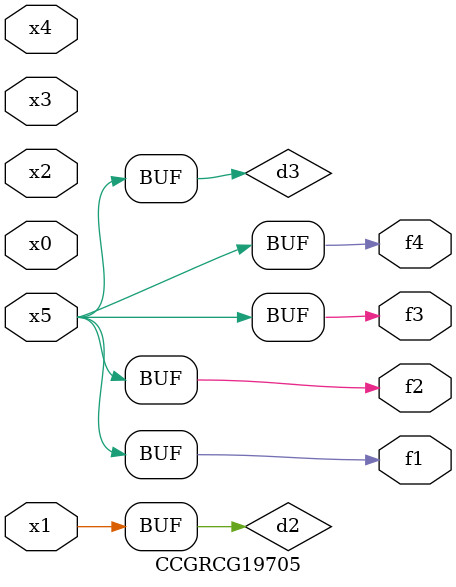
<source format=v>
module CCGRCG19705(
	input x0, x1, x2, x3, x4, x5,
	output f1, f2, f3, f4
);

	wire d1, d2, d3;

	not (d1, x5);
	or (d2, x1);
	xnor (d3, d1);
	assign f1 = d3;
	assign f2 = d3;
	assign f3 = d3;
	assign f4 = d3;
endmodule

</source>
